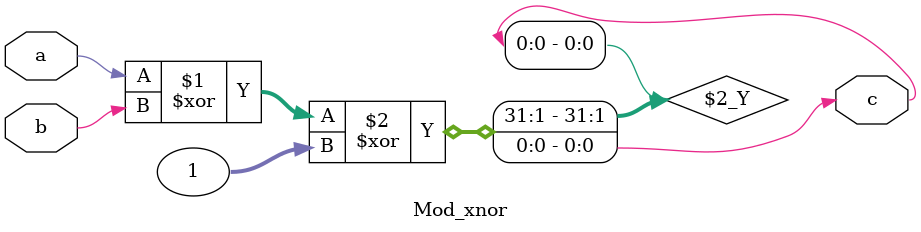
<source format=v>
module Mod_xnor (a,b,c);
    input a,b;
    output c;

    assign c= (a ^b)^1;
    
endmodule
</source>
